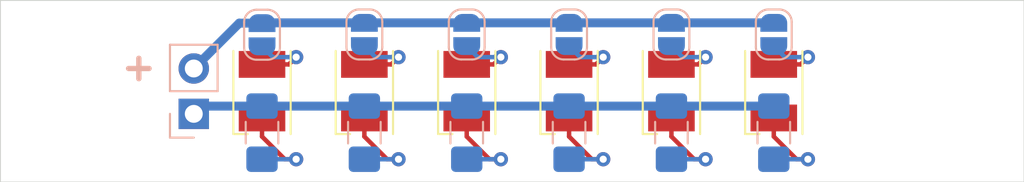
<source format=kicad_pcb>
(kicad_pcb (version 20171130) (host pcbnew "(5.1.4)-1")

  (general
    (thickness 1.6)
    (drawings 5)
    (tracks 75)
    (zones 0)
    (modules 21)
    (nets 15)
  )

  (page A4)
  (layers
    (0 F.Cu signal)
    (31 B.Cu signal)
    (32 B.Adhes user)
    (33 F.Adhes user)
    (34 B.Paste user)
    (35 F.Paste user)
    (36 B.SilkS user)
    (37 F.SilkS user)
    (38 B.Mask user)
    (39 F.Mask user)
    (40 Dwgs.User user)
    (41 Cmts.User user)
    (42 Eco1.User user)
    (43 Eco2.User user)
    (44 Edge.Cuts user)
    (45 Margin user)
    (46 B.CrtYd user)
    (47 F.CrtYd user)
    (48 B.Fab user hide)
    (49 F.Fab user hide)
  )

  (setup
    (last_trace_width 0.5)
    (user_trace_width 0.5)
    (trace_clearance 0.2)
    (zone_clearance 0.508)
    (zone_45_only no)
    (trace_min 0.2)
    (via_size 0.8)
    (via_drill 0.4)
    (via_min_size 0.4)
    (via_min_drill 0.3)
    (uvia_size 0.3)
    (uvia_drill 0.1)
    (uvias_allowed no)
    (uvia_min_size 0.2)
    (uvia_min_drill 0.1)
    (edge_width 0.05)
    (segment_width 0.2)
    (pcb_text_width 0.3)
    (pcb_text_size 1.5 1.5)
    (mod_edge_width 0.12)
    (mod_text_size 1 1)
    (mod_text_width 0.15)
    (pad_size 1.524 1.524)
    (pad_drill 0.762)
    (pad_to_mask_clearance 0.051)
    (solder_mask_min_width 0.25)
    (aux_axis_origin 0 0)
    (visible_elements 7FFFFFFF)
    (pcbplotparams
      (layerselection 0x010fc_ffffffff)
      (usegerberextensions false)
      (usegerberattributes false)
      (usegerberadvancedattributes false)
      (creategerberjobfile false)
      (excludeedgelayer true)
      (linewidth 0.100000)
      (plotframeref false)
      (viasonmask false)
      (mode 1)
      (useauxorigin false)
      (hpglpennumber 1)
      (hpglpenspeed 20)
      (hpglpendiameter 15.000000)
      (psnegative false)
      (psa4output false)
      (plotreference true)
      (plotvalue true)
      (plotinvisibletext false)
      (padsonsilk false)
      (subtractmaskfromsilk false)
      (outputformat 1)
      (mirror false)
      (drillshape 1)
      (scaleselection 1)
      (outputdirectory ""))
  )

  (net 0 "")
  (net 1 "Net-(D1-Pad2)")
  (net 2 "Net-(D1-Pad1)")
  (net 3 "Net-(D2-Pad2)")
  (net 4 "Net-(D2-Pad1)")
  (net 5 "Net-(D3-Pad2)")
  (net 6 "Net-(D3-Pad1)")
  (net 7 "Net-(D4-Pad2)")
  (net 8 "Net-(D4-Pad1)")
  (net 9 "Net-(D5-Pad2)")
  (net 10 "Net-(D5-Pad1)")
  (net 11 "Net-(D6-Pad2)")
  (net 12 "Net-(D6-Pad1)")
  (net 13 +5V)
  (net 14 GND)

  (net_class Default "This is the default net class."
    (clearance 0.2)
    (trace_width 0.25)
    (via_dia 0.8)
    (via_drill 0.4)
    (uvia_dia 0.3)
    (uvia_drill 0.1)
    (add_net +5V)
    (add_net GND)
    (add_net "Net-(D1-Pad1)")
    (add_net "Net-(D1-Pad2)")
    (add_net "Net-(D2-Pad1)")
    (add_net "Net-(D2-Pad2)")
    (add_net "Net-(D3-Pad1)")
    (add_net "Net-(D3-Pad2)")
    (add_net "Net-(D4-Pad1)")
    (add_net "Net-(D4-Pad2)")
    (add_net "Net-(D5-Pad1)")
    (add_net "Net-(D5-Pad2)")
    (add_net "Net-(D6-Pad1)")
    (add_net "Net-(D6-Pad2)")
  )

  (module MyFootprintLib:LED_PLCC-2 (layer F.Cu) (tedit 5E396CFE) (tstamp 5E396F12)
    (at 146.685 128.27 90)
    (descr "LED PLCC-2 SMD package")
    (tags "LED PLCC-2 SMD")
    (path /5E3B325E)
    (attr smd)
    (fp_text reference D6 (at 0 -2.5 90) (layer F.SilkS) hide
      (effects (font (size 1 1) (thickness 0.15)))
    )
    (fp_text value LED (at 0 2.5 90) (layer F.Fab) hide
      (effects (font (size 1 1) (thickness 0.15)))
    )
    (fp_text user %R (at 0 0 90) (layer F.Fab) hide
      (effects (font (size 0.4 0.4) (thickness 0.1)))
    )
    (fp_line (start -2.4 -1.6) (end -2.4 -0.8) (layer F.SilkS) (width 0.12))
    (fp_line (start 2.25 -1.6) (end -2.4 -1.6) (layer F.SilkS) (width 0.12))
    (fp_line (start 2.25 1.6) (end -2.4 1.6) (layer F.SilkS) (width 0.12))
    (fp_line (start -2.65 1.85) (end -2.65 -1.85) (layer F.CrtYd) (width 0.05))
    (fp_line (start 2.5 1.85) (end -2.65 1.85) (layer F.CrtYd) (width 0.05))
    (fp_line (start 2.5 -1.85) (end 2.5 1.85) (layer F.CrtYd) (width 0.05))
    (fp_line (start -2.65 -1.85) (end 2.5 -1.85) (layer F.CrtYd) (width 0.05))
    (fp_line (start -1.7 1.5) (end 1.7 1.5) (layer F.Fab) (width 0.1))
    (fp_line (start -1.7 -1.5) (end -1.7 1.5) (layer F.Fab) (width 0.1))
    (fp_line (start 1.7 -1.5) (end -1.7 -1.5) (layer F.Fab) (width 0.1))
    (fp_line (start 1.7 1.5) (end 1.7 -1.5) (layer F.Fab) (width 0.1))
    (fp_line (start -1.7 -0.6) (end -0.8 -1.5) (layer F.Fab) (width 0.1))
    (fp_circle (center 0 0) (end 0 -1.25) (layer F.Fab) (width 0.1))
    (pad 2 smd rect (at 1.5 0 90) (size 1.5 2.6) (layers F.Cu F.Paste F.Mask)
      (net 11 "Net-(D6-Pad2)"))
    (pad 1 smd rect (at -1.5 0 90) (size 1.5 2.6) (layers F.Cu F.Paste F.Mask)
      (net 12 "Net-(D6-Pad1)"))
    (model ${KISYS3DMOD}/LED_SMD.3dshapes/LED_PLCC-2.wrl
      (at (xyz 0 0 0))
      (scale (xyz 1 1 1))
      (rotate (xyz 0 0 0))
    )
    (model "C:/Users/nmk45/Documents/KiCAD Projects/3D Models/LR_T68F.STEP"
      (offset (xyz 0 0 1.8))
      (scale (xyz 1 1 1))
      (rotate (xyz 0 0 90))
    )
  )

  (module MyFootprintLib:LED_PLCC-2 (layer F.Cu) (tedit 5E396CFE) (tstamp 5E397F62)
    (at 140.97 128.27 90)
    (descr "LED PLCC-2 SMD package")
    (tags "LED PLCC-2 SMD")
    (path /5E3A1B5D)
    (attr smd)
    (fp_text reference D5 (at 0 -2.5 90) (layer F.SilkS) hide
      (effects (font (size 1 1) (thickness 0.15)))
    )
    (fp_text value LED (at 0 2.5 90) (layer F.Fab) hide
      (effects (font (size 1 1) (thickness 0.15)))
    )
    (fp_text user %R (at 0 0 90) (layer F.Fab) hide
      (effects (font (size 0.4 0.4) (thickness 0.1)))
    )
    (fp_line (start -2.4 -1.6) (end -2.4 -0.8) (layer F.SilkS) (width 0.12))
    (fp_line (start 2.25 -1.6) (end -2.4 -1.6) (layer F.SilkS) (width 0.12))
    (fp_line (start 2.25 1.6) (end -2.4 1.6) (layer F.SilkS) (width 0.12))
    (fp_line (start -2.65 1.85) (end -2.65 -1.85) (layer F.CrtYd) (width 0.05))
    (fp_line (start 2.5 1.85) (end -2.65 1.85) (layer F.CrtYd) (width 0.05))
    (fp_line (start 2.5 -1.85) (end 2.5 1.85) (layer F.CrtYd) (width 0.05))
    (fp_line (start -2.65 -1.85) (end 2.5 -1.85) (layer F.CrtYd) (width 0.05))
    (fp_line (start -1.7 1.5) (end 1.7 1.5) (layer F.Fab) (width 0.1))
    (fp_line (start -1.7 -1.5) (end -1.7 1.5) (layer F.Fab) (width 0.1))
    (fp_line (start 1.7 -1.5) (end -1.7 -1.5) (layer F.Fab) (width 0.1))
    (fp_line (start 1.7 1.5) (end 1.7 -1.5) (layer F.Fab) (width 0.1))
    (fp_line (start -1.7 -0.6) (end -0.8 -1.5) (layer F.Fab) (width 0.1))
    (fp_circle (center 0 0) (end 0 -1.25) (layer F.Fab) (width 0.1))
    (pad 2 smd rect (at 1.5 0 90) (size 1.5 2.6) (layers F.Cu F.Paste F.Mask)
      (net 9 "Net-(D5-Pad2)"))
    (pad 1 smd rect (at -1.5 0 90) (size 1.5 2.6) (layers F.Cu F.Paste F.Mask)
      (net 10 "Net-(D5-Pad1)"))
    (model ${KISYS3DMOD}/LED_SMD.3dshapes/LED_PLCC-2.wrl
      (at (xyz 0 0 0))
      (scale (xyz 1 1 1))
      (rotate (xyz 0 0 0))
    )
    (model "C:/Users/nmk45/Documents/KiCAD Projects/3D Models/LR_T68F.STEP"
      (offset (xyz 0 0 1.8))
      (scale (xyz 1 1 1))
      (rotate (xyz 0 0 90))
    )
  )

  (module MyFootprintLib:LED_PLCC-2 (layer F.Cu) (tedit 5E396CFE) (tstamp 5E3A1072)
    (at 135.255 128.27 90)
    (descr "LED PLCC-2 SMD package")
    (tags "LED PLCC-2 SMD")
    (path /5E3A02D3)
    (attr smd)
    (fp_text reference D4 (at 0 -2.5 90) (layer F.SilkS) hide
      (effects (font (size 1 1) (thickness 0.15)))
    )
    (fp_text value LED (at 0 2.5 90) (layer F.Fab) hide
      (effects (font (size 1 1) (thickness 0.15)))
    )
    (fp_text user %R (at 0 0 90) (layer F.Fab) hide
      (effects (font (size 0.4 0.4) (thickness 0.1)))
    )
    (fp_line (start -2.4 -1.6) (end -2.4 -0.8) (layer F.SilkS) (width 0.12))
    (fp_line (start 2.25 -1.6) (end -2.4 -1.6) (layer F.SilkS) (width 0.12))
    (fp_line (start 2.25 1.6) (end -2.4 1.6) (layer F.SilkS) (width 0.12))
    (fp_line (start -2.65 1.85) (end -2.65 -1.85) (layer F.CrtYd) (width 0.05))
    (fp_line (start 2.5 1.85) (end -2.65 1.85) (layer F.CrtYd) (width 0.05))
    (fp_line (start 2.5 -1.85) (end 2.5 1.85) (layer F.CrtYd) (width 0.05))
    (fp_line (start -2.65 -1.85) (end 2.5 -1.85) (layer F.CrtYd) (width 0.05))
    (fp_line (start -1.7 1.5) (end 1.7 1.5) (layer F.Fab) (width 0.1))
    (fp_line (start -1.7 -1.5) (end -1.7 1.5) (layer F.Fab) (width 0.1))
    (fp_line (start 1.7 -1.5) (end -1.7 -1.5) (layer F.Fab) (width 0.1))
    (fp_line (start 1.7 1.5) (end 1.7 -1.5) (layer F.Fab) (width 0.1))
    (fp_line (start -1.7 -0.6) (end -0.8 -1.5) (layer F.Fab) (width 0.1))
    (fp_circle (center 0 0) (end 0 -1.25) (layer F.Fab) (width 0.1))
    (pad 2 smd rect (at 1.5 0 90) (size 1.5 2.6) (layers F.Cu F.Paste F.Mask)
      (net 7 "Net-(D4-Pad2)"))
    (pad 1 smd rect (at -1.5 0 90) (size 1.5 2.6) (layers F.Cu F.Paste F.Mask)
      (net 8 "Net-(D4-Pad1)"))
    (model ${KISYS3DMOD}/LED_SMD.3dshapes/LED_PLCC-2.wrl
      (at (xyz 0 0 0))
      (scale (xyz 1 1 1))
      (rotate (xyz 0 0 0))
    )
    (model "C:/Users/nmk45/Documents/KiCAD Projects/3D Models/LR_T68F.STEP"
      (offset (xyz 0 0 1.8))
      (scale (xyz 1 1 1))
      (rotate (xyz 0 0 90))
    )
  )

  (module MyFootprintLib:LED_PLCC-2 (layer F.Cu) (tedit 5E396CFE) (tstamp 5E396ED6)
    (at 129.54 128.27 90)
    (descr "LED PLCC-2 SMD package")
    (tags "LED PLCC-2 SMD")
    (path /5E39B698)
    (attr smd)
    (fp_text reference D3 (at 0 -2.5 90) (layer F.SilkS) hide
      (effects (font (size 1 1) (thickness 0.15)))
    )
    (fp_text value LED (at 0 2.5 90) (layer F.Fab) hide
      (effects (font (size 1 1) (thickness 0.15)))
    )
    (fp_text user %R (at 0 0 90) (layer F.Fab) hide
      (effects (font (size 0.4 0.4) (thickness 0.1)))
    )
    (fp_line (start -2.4 -1.6) (end -2.4 -0.8) (layer F.SilkS) (width 0.12))
    (fp_line (start 2.25 -1.6) (end -2.4 -1.6) (layer F.SilkS) (width 0.12))
    (fp_line (start 2.25 1.6) (end -2.4 1.6) (layer F.SilkS) (width 0.12))
    (fp_line (start -2.65 1.85) (end -2.65 -1.85) (layer F.CrtYd) (width 0.05))
    (fp_line (start 2.5 1.85) (end -2.65 1.85) (layer F.CrtYd) (width 0.05))
    (fp_line (start 2.5 -1.85) (end 2.5 1.85) (layer F.CrtYd) (width 0.05))
    (fp_line (start -2.65 -1.85) (end 2.5 -1.85) (layer F.CrtYd) (width 0.05))
    (fp_line (start -1.7 1.5) (end 1.7 1.5) (layer F.Fab) (width 0.1))
    (fp_line (start -1.7 -1.5) (end -1.7 1.5) (layer F.Fab) (width 0.1))
    (fp_line (start 1.7 -1.5) (end -1.7 -1.5) (layer F.Fab) (width 0.1))
    (fp_line (start 1.7 1.5) (end 1.7 -1.5) (layer F.Fab) (width 0.1))
    (fp_line (start -1.7 -0.6) (end -0.8 -1.5) (layer F.Fab) (width 0.1))
    (fp_circle (center 0 0) (end 0 -1.25) (layer F.Fab) (width 0.1))
    (pad 2 smd rect (at 1.5 0 90) (size 1.5 2.6) (layers F.Cu F.Paste F.Mask)
      (net 5 "Net-(D3-Pad2)"))
    (pad 1 smd rect (at -1.5 0 90) (size 1.5 2.6) (layers F.Cu F.Paste F.Mask)
      (net 6 "Net-(D3-Pad1)"))
    (model ${KISYS3DMOD}/LED_SMD.3dshapes/LED_PLCC-2.wrl
      (at (xyz 0 0 0))
      (scale (xyz 1 1 1))
      (rotate (xyz 0 0 0))
    )
    (model "C:/Users/nmk45/Documents/KiCAD Projects/3D Models/LR_T68F.STEP"
      (offset (xyz 0 0 1.8))
      (scale (xyz 1 1 1))
      (rotate (xyz 0 0 90))
    )
  )

  (module MyFootprintLib:LED_PLCC-2 (layer F.Cu) (tedit 5E396CFE) (tstamp 5E396EC2)
    (at 123.825 128.27 90)
    (descr "LED PLCC-2 SMD package")
    (tags "LED PLCC-2 SMD")
    (path /5E39AAC8)
    (attr smd)
    (fp_text reference D2 (at 0 -2.5 90) (layer F.SilkS) hide
      (effects (font (size 1 1) (thickness 0.15)))
    )
    (fp_text value LED (at 0 2.5 90) (layer F.Fab) hide
      (effects (font (size 1 1) (thickness 0.15)))
    )
    (fp_text user %R (at 0 0 90) (layer F.Fab) hide
      (effects (font (size 0.4 0.4) (thickness 0.1)))
    )
    (fp_line (start -2.4 -1.6) (end -2.4 -0.8) (layer F.SilkS) (width 0.12))
    (fp_line (start 2.25 -1.6) (end -2.4 -1.6) (layer F.SilkS) (width 0.12))
    (fp_line (start 2.25 1.6) (end -2.4 1.6) (layer F.SilkS) (width 0.12))
    (fp_line (start -2.65 1.85) (end -2.65 -1.85) (layer F.CrtYd) (width 0.05))
    (fp_line (start 2.5 1.85) (end -2.65 1.85) (layer F.CrtYd) (width 0.05))
    (fp_line (start 2.5 -1.85) (end 2.5 1.85) (layer F.CrtYd) (width 0.05))
    (fp_line (start -2.65 -1.85) (end 2.5 -1.85) (layer F.CrtYd) (width 0.05))
    (fp_line (start -1.7 1.5) (end 1.7 1.5) (layer F.Fab) (width 0.1))
    (fp_line (start -1.7 -1.5) (end -1.7 1.5) (layer F.Fab) (width 0.1))
    (fp_line (start 1.7 -1.5) (end -1.7 -1.5) (layer F.Fab) (width 0.1))
    (fp_line (start 1.7 1.5) (end 1.7 -1.5) (layer F.Fab) (width 0.1))
    (fp_line (start -1.7 -0.6) (end -0.8 -1.5) (layer F.Fab) (width 0.1))
    (fp_circle (center 0 0) (end 0 -1.25) (layer F.Fab) (width 0.1))
    (pad 2 smd rect (at 1.5 0 90) (size 1.5 2.6) (layers F.Cu F.Paste F.Mask)
      (net 3 "Net-(D2-Pad2)"))
    (pad 1 smd rect (at -1.5 0 90) (size 1.5 2.6) (layers F.Cu F.Paste F.Mask)
      (net 4 "Net-(D2-Pad1)"))
    (model ${KISYS3DMOD}/LED_SMD.3dshapes/LED_PLCC-2.wrl
      (at (xyz 0 0 0))
      (scale (xyz 1 1 1))
      (rotate (xyz 0 0 0))
    )
    (model "C:/Users/nmk45/Documents/KiCAD Projects/3D Models/LR_T68F.STEP"
      (offset (xyz 0 0 1.8))
      (scale (xyz 1 1 1))
      (rotate (xyz 0 0 90))
    )
  )

  (module MyFootprintLib:LED_PLCC-2 (layer F.Cu) (tedit 5E396CFE) (tstamp 5E396EAE)
    (at 118.11 128.27 90)
    (descr "LED PLCC-2 SMD package")
    (tags "LED PLCC-2 SMD")
    (path /5E38E161)
    (attr smd)
    (fp_text reference D1 (at 0 -2.5 90) (layer F.SilkS) hide
      (effects (font (size 1 1) (thickness 0.15)))
    )
    (fp_text value LED (at 0 2.5 90) (layer F.Fab) hide
      (effects (font (size 1 1) (thickness 0.15)))
    )
    (fp_text user %R (at 0 0 90) (layer F.Fab) hide
      (effects (font (size 0.4 0.4) (thickness 0.1)))
    )
    (fp_line (start -2.4 -1.6) (end -2.4 -0.8) (layer F.SilkS) (width 0.12))
    (fp_line (start 2.25 -1.6) (end -2.4 -1.6) (layer F.SilkS) (width 0.12))
    (fp_line (start 2.25 1.6) (end -2.4 1.6) (layer F.SilkS) (width 0.12))
    (fp_line (start -2.65 1.85) (end -2.65 -1.85) (layer F.CrtYd) (width 0.05))
    (fp_line (start 2.5 1.85) (end -2.65 1.85) (layer F.CrtYd) (width 0.05))
    (fp_line (start 2.5 -1.85) (end 2.5 1.85) (layer F.CrtYd) (width 0.05))
    (fp_line (start -2.65 -1.85) (end 2.5 -1.85) (layer F.CrtYd) (width 0.05))
    (fp_line (start -1.7 1.5) (end 1.7 1.5) (layer F.Fab) (width 0.1))
    (fp_line (start -1.7 -1.5) (end -1.7 1.5) (layer F.Fab) (width 0.1))
    (fp_line (start 1.7 -1.5) (end -1.7 -1.5) (layer F.Fab) (width 0.1))
    (fp_line (start 1.7 1.5) (end 1.7 -1.5) (layer F.Fab) (width 0.1))
    (fp_line (start -1.7 -0.6) (end -0.8 -1.5) (layer F.Fab) (width 0.1))
    (fp_circle (center 0 0) (end 0 -1.25) (layer F.Fab) (width 0.1))
    (pad 2 smd rect (at 1.5 0 90) (size 1.5 2.6) (layers F.Cu F.Paste F.Mask)
      (net 1 "Net-(D1-Pad2)"))
    (pad 1 smd rect (at -1.5 0 90) (size 1.5 2.6) (layers F.Cu F.Paste F.Mask)
      (net 2 "Net-(D1-Pad1)"))
    (model ${KISYS3DMOD}/LED_SMD.3dshapes/LED_PLCC-2.wrl
      (at (xyz 0 0 0))
      (scale (xyz 1 1 1))
      (rotate (xyz 0 0 0))
    )
    (model "C:/Users/nmk45/Documents/KiCAD Projects/3D Models/LR_T68F.STEP"
      (offset (xyz 0 0 1.8))
      (scale (xyz 1 1 1))
      (rotate (xyz 0 0 90))
    )
  )

  (module MountingHole:MountingHole_2.2mm_M2 (layer F.Cu) (tedit 56D1B4CB) (tstamp 5E397DF7)
    (at 157.48 128.27)
    (descr "Mounting Hole 2.2mm, no annular, M2")
    (tags "mounting hole 2.2mm no annular m2")
    (path /5E3C4920)
    (attr virtual)
    (fp_text reference H2 (at 0 -3.2) (layer F.SilkS) hide
      (effects (font (size 1 1) (thickness 0.15)))
    )
    (fp_text value MountingHole (at 0 3.2) (layer F.Fab) hide
      (effects (font (size 1 1) (thickness 0.15)))
    )
    (fp_circle (center 0 0) (end 2.45 0) (layer F.CrtYd) (width 0.05))
    (fp_circle (center 0 0) (end 2.2 0) (layer Cmts.User) (width 0.15))
    (fp_text user %R (at 0.3 0) (layer F.Fab) hide
      (effects (font (size 1 1) (thickness 0.15)))
    )
    (pad 1 np_thru_hole circle (at 0 0) (size 2.2 2.2) (drill 2.2) (layers *.Cu *.Mask))
  )

  (module MountingHole:MountingHole_2.2mm_M2 (layer F.Cu) (tedit 56D1B4CB) (tstamp 5E397BDD)
    (at 106.68 128.27)
    (descr "Mounting Hole 2.2mm, no annular, M2")
    (tags "mounting hole 2.2mm no annular m2")
    (path /5E3C3C02)
    (attr virtual)
    (fp_text reference H1 (at 0 -3.2) (layer F.SilkS) hide
      (effects (font (size 1 1) (thickness 0.15)))
    )
    (fp_text value MountingHole (at 0 3.2) (layer F.Fab) hide
      (effects (font (size 1 1) (thickness 0.15)))
    )
    (fp_circle (center 0 0) (end 2.45 0) (layer F.CrtYd) (width 0.05))
    (fp_circle (center 0 0) (end 2.2 0) (layer Cmts.User) (width 0.15))
    (fp_text user %R (at 0.3 0) (layer F.Fab) hide
      (effects (font (size 1 1) (thickness 0.15)))
    )
    (pad 1 np_thru_hole circle (at 0 0) (size 2.2 2.2) (drill 2.2) (layers *.Cu *.Mask))
  )

  (module Resistor_SMD:R_1206_3216Metric_Pad1.42x1.75mm_HandSolder (layer B.Cu) (tedit 5B301BBD) (tstamp 5E39700F)
    (at 146.685 130.5925 90)
    (descr "Resistor SMD 1206 (3216 Metric), square (rectangular) end terminal, IPC_7351 nominal with elongated pad for handsoldering. (Body size source: http://www.tortai-tech.com/upload/download/2011102023233369053.pdf), generated with kicad-footprint-generator")
    (tags "resistor handsolder")
    (path /5E3C0E96)
    (attr smd)
    (fp_text reference R6 (at 0 1.82 -90) (layer B.SilkS) hide
      (effects (font (size 1 1) (thickness 0.15)) (justify mirror))
    )
    (fp_text value 120 (at 0 -1.82 -90) (layer B.Fab) hide
      (effects (font (size 1 1) (thickness 0.15)) (justify mirror))
    )
    (fp_text user %R (at 0 0 -90) (layer B.Fab) hide
      (effects (font (size 0.8 0.8) (thickness 0.12)) (justify mirror))
    )
    (fp_line (start 2.45 -1.12) (end -2.45 -1.12) (layer B.CrtYd) (width 0.05))
    (fp_line (start 2.45 1.12) (end 2.45 -1.12) (layer B.CrtYd) (width 0.05))
    (fp_line (start -2.45 1.12) (end 2.45 1.12) (layer B.CrtYd) (width 0.05))
    (fp_line (start -2.45 -1.12) (end -2.45 1.12) (layer B.CrtYd) (width 0.05))
    (fp_line (start -0.602064 -0.91) (end 0.602064 -0.91) (layer B.SilkS) (width 0.12))
    (fp_line (start -0.602064 0.91) (end 0.602064 0.91) (layer B.SilkS) (width 0.12))
    (fp_line (start 1.6 -0.8) (end -1.6 -0.8) (layer B.Fab) (width 0.1))
    (fp_line (start 1.6 0.8) (end 1.6 -0.8) (layer B.Fab) (width 0.1))
    (fp_line (start -1.6 0.8) (end 1.6 0.8) (layer B.Fab) (width 0.1))
    (fp_line (start -1.6 -0.8) (end -1.6 0.8) (layer B.Fab) (width 0.1))
    (pad 2 smd roundrect (at 1.4875 0 90) (size 1.425 1.75) (layers B.Cu B.Paste B.Mask) (roundrect_rratio 0.175439)
      (net 14 GND))
    (pad 1 smd roundrect (at -1.4875 0 90) (size 1.425 1.75) (layers B.Cu B.Paste B.Mask) (roundrect_rratio 0.175439)
      (net 12 "Net-(D6-Pad1)"))
    (model ${KISYS3DMOD}/Resistor_SMD.3dshapes/R_1206_3216Metric.wrl
      (at (xyz 0 0 0))
      (scale (xyz 1 1 1))
      (rotate (xyz 0 0 0))
    )
  )

  (module Resistor_SMD:R_1206_3216Metric_Pad1.42x1.75mm_HandSolder (layer B.Cu) (tedit 5B301BBD) (tstamp 5E396FFE)
    (at 140.97 130.5925 90)
    (descr "Resistor SMD 1206 (3216 Metric), square (rectangular) end terminal, IPC_7351 nominal with elongated pad for handsoldering. (Body size source: http://www.tortai-tech.com/upload/download/2011102023233369053.pdf), generated with kicad-footprint-generator")
    (tags "resistor handsolder")
    (path /5E3C0A69)
    (attr smd)
    (fp_text reference R5 (at 0 1.82 -90) (layer B.SilkS) hide
      (effects (font (size 1 1) (thickness 0.15)) (justify mirror))
    )
    (fp_text value 120 (at 0 -1.82 -90) (layer B.Fab) hide
      (effects (font (size 1 1) (thickness 0.15)) (justify mirror))
    )
    (fp_text user %R (at 0 0 -90) (layer B.Fab) hide
      (effects (font (size 0.8 0.8) (thickness 0.12)) (justify mirror))
    )
    (fp_line (start 2.45 -1.12) (end -2.45 -1.12) (layer B.CrtYd) (width 0.05))
    (fp_line (start 2.45 1.12) (end 2.45 -1.12) (layer B.CrtYd) (width 0.05))
    (fp_line (start -2.45 1.12) (end 2.45 1.12) (layer B.CrtYd) (width 0.05))
    (fp_line (start -2.45 -1.12) (end -2.45 1.12) (layer B.CrtYd) (width 0.05))
    (fp_line (start -0.602064 -0.91) (end 0.602064 -0.91) (layer B.SilkS) (width 0.12))
    (fp_line (start -0.602064 0.91) (end 0.602064 0.91) (layer B.SilkS) (width 0.12))
    (fp_line (start 1.6 -0.8) (end -1.6 -0.8) (layer B.Fab) (width 0.1))
    (fp_line (start 1.6 0.8) (end 1.6 -0.8) (layer B.Fab) (width 0.1))
    (fp_line (start -1.6 0.8) (end 1.6 0.8) (layer B.Fab) (width 0.1))
    (fp_line (start -1.6 -0.8) (end -1.6 0.8) (layer B.Fab) (width 0.1))
    (pad 2 smd roundrect (at 1.4875 0 90) (size 1.425 1.75) (layers B.Cu B.Paste B.Mask) (roundrect_rratio 0.175439)
      (net 14 GND))
    (pad 1 smd roundrect (at -1.4875 0 90) (size 1.425 1.75) (layers B.Cu B.Paste B.Mask) (roundrect_rratio 0.175439)
      (net 10 "Net-(D5-Pad1)"))
    (model ${KISYS3DMOD}/Resistor_SMD.3dshapes/R_1206_3216Metric.wrl
      (at (xyz 0 0 0))
      (scale (xyz 1 1 1))
      (rotate (xyz 0 0 0))
    )
  )

  (module Resistor_SMD:R_1206_3216Metric_Pad1.42x1.75mm_HandSolder (layer B.Cu) (tedit 5B301BBD) (tstamp 5E3A100C)
    (at 135.255 130.5925 90)
    (descr "Resistor SMD 1206 (3216 Metric), square (rectangular) end terminal, IPC_7351 nominal with elongated pad for handsoldering. (Body size source: http://www.tortai-tech.com/upload/download/2011102023233369053.pdf), generated with kicad-footprint-generator")
    (tags "resistor handsolder")
    (path /5E3C08C2)
    (attr smd)
    (fp_text reference R4 (at 0 1.82 -90) (layer B.SilkS) hide
      (effects (font (size 1 1) (thickness 0.15)) (justify mirror))
    )
    (fp_text value 120 (at 0 -1.82 -90) (layer B.Fab) hide
      (effects (font (size 1 1) (thickness 0.15)) (justify mirror))
    )
    (fp_text user %R (at 0 0 -90) (layer B.Fab) hide
      (effects (font (size 0.8 0.8) (thickness 0.12)) (justify mirror))
    )
    (fp_line (start 2.45 -1.12) (end -2.45 -1.12) (layer B.CrtYd) (width 0.05))
    (fp_line (start 2.45 1.12) (end 2.45 -1.12) (layer B.CrtYd) (width 0.05))
    (fp_line (start -2.45 1.12) (end 2.45 1.12) (layer B.CrtYd) (width 0.05))
    (fp_line (start -2.45 -1.12) (end -2.45 1.12) (layer B.CrtYd) (width 0.05))
    (fp_line (start -0.602064 -0.91) (end 0.602064 -0.91) (layer B.SilkS) (width 0.12))
    (fp_line (start -0.602064 0.91) (end 0.602064 0.91) (layer B.SilkS) (width 0.12))
    (fp_line (start 1.6 -0.8) (end -1.6 -0.8) (layer B.Fab) (width 0.1))
    (fp_line (start 1.6 0.8) (end 1.6 -0.8) (layer B.Fab) (width 0.1))
    (fp_line (start -1.6 0.8) (end 1.6 0.8) (layer B.Fab) (width 0.1))
    (fp_line (start -1.6 -0.8) (end -1.6 0.8) (layer B.Fab) (width 0.1))
    (pad 2 smd roundrect (at 1.4875 0 90) (size 1.425 1.75) (layers B.Cu B.Paste B.Mask) (roundrect_rratio 0.175439)
      (net 14 GND))
    (pad 1 smd roundrect (at -1.4875 0 90) (size 1.425 1.75) (layers B.Cu B.Paste B.Mask) (roundrect_rratio 0.175439)
      (net 8 "Net-(D4-Pad1)"))
    (model ${KISYS3DMOD}/Resistor_SMD.3dshapes/R_1206_3216Metric.wrl
      (at (xyz 0 0 0))
      (scale (xyz 1 1 1))
      (rotate (xyz 0 0 0))
    )
  )

  (module Resistor_SMD:R_1206_3216Metric_Pad1.42x1.75mm_HandSolder (layer B.Cu) (tedit 5B301BBD) (tstamp 5E396FDC)
    (at 129.54 130.5925 90)
    (descr "Resistor SMD 1206 (3216 Metric), square (rectangular) end terminal, IPC_7351 nominal with elongated pad for handsoldering. (Body size source: http://www.tortai-tech.com/upload/download/2011102023233369053.pdf), generated with kicad-footprint-generator")
    (tags "resistor handsolder")
    (path /5E3C05B3)
    (attr smd)
    (fp_text reference R3 (at 0 1.82 -90) (layer B.SilkS) hide
      (effects (font (size 1 1) (thickness 0.15)) (justify mirror))
    )
    (fp_text value 120 (at 0 -1.82 -90) (layer B.Fab) hide
      (effects (font (size 1 1) (thickness 0.15)) (justify mirror))
    )
    (fp_text user %R (at 0 0 -90) (layer B.Fab) hide
      (effects (font (size 0.8 0.8) (thickness 0.12)) (justify mirror))
    )
    (fp_line (start 2.45 -1.12) (end -2.45 -1.12) (layer B.CrtYd) (width 0.05))
    (fp_line (start 2.45 1.12) (end 2.45 -1.12) (layer B.CrtYd) (width 0.05))
    (fp_line (start -2.45 1.12) (end 2.45 1.12) (layer B.CrtYd) (width 0.05))
    (fp_line (start -2.45 -1.12) (end -2.45 1.12) (layer B.CrtYd) (width 0.05))
    (fp_line (start -0.602064 -0.91) (end 0.602064 -0.91) (layer B.SilkS) (width 0.12))
    (fp_line (start -0.602064 0.91) (end 0.602064 0.91) (layer B.SilkS) (width 0.12))
    (fp_line (start 1.6 -0.8) (end -1.6 -0.8) (layer B.Fab) (width 0.1))
    (fp_line (start 1.6 0.8) (end 1.6 -0.8) (layer B.Fab) (width 0.1))
    (fp_line (start -1.6 0.8) (end 1.6 0.8) (layer B.Fab) (width 0.1))
    (fp_line (start -1.6 -0.8) (end -1.6 0.8) (layer B.Fab) (width 0.1))
    (pad 2 smd roundrect (at 1.4875 0 90) (size 1.425 1.75) (layers B.Cu B.Paste B.Mask) (roundrect_rratio 0.175439)
      (net 14 GND))
    (pad 1 smd roundrect (at -1.4875 0 90) (size 1.425 1.75) (layers B.Cu B.Paste B.Mask) (roundrect_rratio 0.175439)
      (net 6 "Net-(D3-Pad1)"))
    (model ${KISYS3DMOD}/Resistor_SMD.3dshapes/R_1206_3216Metric.wrl
      (at (xyz 0 0 0))
      (scale (xyz 1 1 1))
      (rotate (xyz 0 0 0))
    )
  )

  (module Resistor_SMD:R_1206_3216Metric_Pad1.42x1.75mm_HandSolder (layer B.Cu) (tedit 5B301BBD) (tstamp 5E396FCB)
    (at 123.825 130.5925 90)
    (descr "Resistor SMD 1206 (3216 Metric), square (rectangular) end terminal, IPC_7351 nominal with elongated pad for handsoldering. (Body size source: http://www.tortai-tech.com/upload/download/2011102023233369053.pdf), generated with kicad-footprint-generator")
    (tags "resistor handsolder")
    (path /5E3C02BD)
    (attr smd)
    (fp_text reference R2 (at 0 1.82 -90) (layer B.SilkS) hide
      (effects (font (size 1 1) (thickness 0.15)) (justify mirror))
    )
    (fp_text value 120 (at 0 -1.82 -90) (layer B.Fab) hide
      (effects (font (size 1 1) (thickness 0.15)) (justify mirror))
    )
    (fp_text user %R (at 0 0 -90) (layer B.Fab) hide
      (effects (font (size 0.8 0.8) (thickness 0.12)) (justify mirror))
    )
    (fp_line (start 2.45 -1.12) (end -2.45 -1.12) (layer B.CrtYd) (width 0.05))
    (fp_line (start 2.45 1.12) (end 2.45 -1.12) (layer B.CrtYd) (width 0.05))
    (fp_line (start -2.45 1.12) (end 2.45 1.12) (layer B.CrtYd) (width 0.05))
    (fp_line (start -2.45 -1.12) (end -2.45 1.12) (layer B.CrtYd) (width 0.05))
    (fp_line (start -0.602064 -0.91) (end 0.602064 -0.91) (layer B.SilkS) (width 0.12))
    (fp_line (start -0.602064 0.91) (end 0.602064 0.91) (layer B.SilkS) (width 0.12))
    (fp_line (start 1.6 -0.8) (end -1.6 -0.8) (layer B.Fab) (width 0.1))
    (fp_line (start 1.6 0.8) (end 1.6 -0.8) (layer B.Fab) (width 0.1))
    (fp_line (start -1.6 0.8) (end 1.6 0.8) (layer B.Fab) (width 0.1))
    (fp_line (start -1.6 -0.8) (end -1.6 0.8) (layer B.Fab) (width 0.1))
    (pad 2 smd roundrect (at 1.4875 0 90) (size 1.425 1.75) (layers B.Cu B.Paste B.Mask) (roundrect_rratio 0.175439)
      (net 14 GND))
    (pad 1 smd roundrect (at -1.4875 0 90) (size 1.425 1.75) (layers B.Cu B.Paste B.Mask) (roundrect_rratio 0.175439)
      (net 4 "Net-(D2-Pad1)"))
    (model ${KISYS3DMOD}/Resistor_SMD.3dshapes/R_1206_3216Metric.wrl
      (at (xyz 0 0 0))
      (scale (xyz 1 1 1))
      (rotate (xyz 0 0 0))
    )
  )

  (module Resistor_SMD:R_1206_3216Metric_Pad1.42x1.75mm_HandSolder (layer B.Cu) (tedit 5B301BBD) (tstamp 5E396FBA)
    (at 118.11 130.5925 90)
    (descr "Resistor SMD 1206 (3216 Metric), square (rectangular) end terminal, IPC_7351 nominal with elongated pad for handsoldering. (Body size source: http://www.tortai-tech.com/upload/download/2011102023233369053.pdf), generated with kicad-footprint-generator")
    (tags "resistor handsolder")
    (path /5E38F036)
    (attr smd)
    (fp_text reference R1 (at 0 1.82 -90) (layer B.SilkS) hide
      (effects (font (size 1 1) (thickness 0.15)) (justify mirror))
    )
    (fp_text value 120 (at 0 -1.82 -90) (layer B.Fab) hide
      (effects (font (size 1 1) (thickness 0.15)) (justify mirror))
    )
    (fp_text user %R (at 0 0 -90) (layer B.Fab) hide
      (effects (font (size 0.8 0.8) (thickness 0.12)) (justify mirror))
    )
    (fp_line (start 2.45 -1.12) (end -2.45 -1.12) (layer B.CrtYd) (width 0.05))
    (fp_line (start 2.45 1.12) (end 2.45 -1.12) (layer B.CrtYd) (width 0.05))
    (fp_line (start -2.45 1.12) (end 2.45 1.12) (layer B.CrtYd) (width 0.05))
    (fp_line (start -2.45 -1.12) (end -2.45 1.12) (layer B.CrtYd) (width 0.05))
    (fp_line (start -0.602064 -0.91) (end 0.602064 -0.91) (layer B.SilkS) (width 0.12))
    (fp_line (start -0.602064 0.91) (end 0.602064 0.91) (layer B.SilkS) (width 0.12))
    (fp_line (start 1.6 -0.8) (end -1.6 -0.8) (layer B.Fab) (width 0.1))
    (fp_line (start 1.6 0.8) (end 1.6 -0.8) (layer B.Fab) (width 0.1))
    (fp_line (start -1.6 0.8) (end 1.6 0.8) (layer B.Fab) (width 0.1))
    (fp_line (start -1.6 -0.8) (end -1.6 0.8) (layer B.Fab) (width 0.1))
    (pad 2 smd roundrect (at 1.4875 0 90) (size 1.425 1.75) (layers B.Cu B.Paste B.Mask) (roundrect_rratio 0.175439)
      (net 14 GND))
    (pad 1 smd roundrect (at -1.4875 0 90) (size 1.425 1.75) (layers B.Cu B.Paste B.Mask) (roundrect_rratio 0.175439)
      (net 2 "Net-(D1-Pad1)"))
    (model ${KISYS3DMOD}/Resistor_SMD.3dshapes/R_1206_3216Metric.wrl
      (at (xyz 0 0 0))
      (scale (xyz 1 1 1))
      (rotate (xyz 0 0 0))
    )
  )

  (module Jumper:SolderJumper-2_P1.3mm_Open_RoundedPad1.0x1.5mm (layer B.Cu) (tedit 5B391E66) (tstamp 5E396FA9)
    (at 146.685 125.095 270)
    (descr "SMD Solder Jumper, 1x1.5mm, rounded Pads, 0.3mm gap, open")
    (tags "solder jumper open")
    (path /5E3BFD94)
    (attr virtual)
    (fp_text reference JP6 (at 0 1.8 90) (layer B.SilkS) hide
      (effects (font (size 1 1) (thickness 0.15)) (justify mirror))
    )
    (fp_text value SolderJumper_2_Open (at 0 -1.9 90) (layer B.Fab) hide
      (effects (font (size 1 1) (thickness 0.15)) (justify mirror))
    )
    (fp_line (start 1.65 -1.25) (end -1.65 -1.25) (layer B.CrtYd) (width 0.05))
    (fp_line (start 1.65 -1.25) (end 1.65 1.25) (layer B.CrtYd) (width 0.05))
    (fp_line (start -1.65 1.25) (end -1.65 -1.25) (layer B.CrtYd) (width 0.05))
    (fp_line (start -1.65 1.25) (end 1.65 1.25) (layer B.CrtYd) (width 0.05))
    (fp_line (start -0.7 1) (end 0.7 1) (layer B.SilkS) (width 0.12))
    (fp_line (start 1.4 0.3) (end 1.4 -0.3) (layer B.SilkS) (width 0.12))
    (fp_line (start 0.7 -1) (end -0.7 -1) (layer B.SilkS) (width 0.12))
    (fp_line (start -1.4 -0.3) (end -1.4 0.3) (layer B.SilkS) (width 0.12))
    (fp_arc (start -0.7 0.3) (end -0.7 1) (angle 90) (layer B.SilkS) (width 0.12))
    (fp_arc (start -0.7 -0.3) (end -1.4 -0.3) (angle 90) (layer B.SilkS) (width 0.12))
    (fp_arc (start 0.7 -0.3) (end 0.7 -1) (angle 90) (layer B.SilkS) (width 0.12))
    (fp_arc (start 0.7 0.3) (end 1.4 0.3) (angle 90) (layer B.SilkS) (width 0.12))
    (pad 2 smd custom (at 0.65 0 270) (size 1 0.5) (layers B.Cu B.Mask)
      (net 11 "Net-(D6-Pad2)") (zone_connect 2)
      (options (clearance outline) (anchor rect))
      (primitives
        (gr_circle (center 0 -0.25) (end 0.5 -0.25) (width 0))
        (gr_circle (center 0 0.25) (end 0.5 0.25) (width 0))
        (gr_poly (pts
           (xy 0 0.75) (xy -0.5 0.75) (xy -0.5 -0.75) (xy 0 -0.75)) (width 0))
      ))
    (pad 1 smd custom (at -0.65 0 270) (size 1 0.5) (layers B.Cu B.Mask)
      (net 13 +5V) (zone_connect 2)
      (options (clearance outline) (anchor rect))
      (primitives
        (gr_circle (center 0 -0.25) (end 0.5 -0.25) (width 0))
        (gr_circle (center 0 0.25) (end 0.5 0.25) (width 0))
        (gr_poly (pts
           (xy 0 0.75) (xy 0.5 0.75) (xy 0.5 -0.75) (xy 0 -0.75)) (width 0))
      ))
  )

  (module Jumper:SolderJumper-2_P1.3mm_Open_RoundedPad1.0x1.5mm (layer B.Cu) (tedit 5B391E66) (tstamp 5E396F97)
    (at 140.97 125.095 270)
    (descr "SMD Solder Jumper, 1x1.5mm, rounded Pads, 0.3mm gap, open")
    (tags "solder jumper open")
    (path /5E3BF9C9)
    (attr virtual)
    (fp_text reference JP5 (at 0 1.8 90) (layer B.SilkS) hide
      (effects (font (size 1 1) (thickness 0.15)) (justify mirror))
    )
    (fp_text value SolderJumper_2_Open (at 0 -1.9 90) (layer B.Fab) hide
      (effects (font (size 1 1) (thickness 0.15)) (justify mirror))
    )
    (fp_line (start 1.65 -1.25) (end -1.65 -1.25) (layer B.CrtYd) (width 0.05))
    (fp_line (start 1.65 -1.25) (end 1.65 1.25) (layer B.CrtYd) (width 0.05))
    (fp_line (start -1.65 1.25) (end -1.65 -1.25) (layer B.CrtYd) (width 0.05))
    (fp_line (start -1.65 1.25) (end 1.65 1.25) (layer B.CrtYd) (width 0.05))
    (fp_line (start -0.7 1) (end 0.7 1) (layer B.SilkS) (width 0.12))
    (fp_line (start 1.4 0.3) (end 1.4 -0.3) (layer B.SilkS) (width 0.12))
    (fp_line (start 0.7 -1) (end -0.7 -1) (layer B.SilkS) (width 0.12))
    (fp_line (start -1.4 -0.3) (end -1.4 0.3) (layer B.SilkS) (width 0.12))
    (fp_arc (start -0.7 0.3) (end -0.7 1) (angle 90) (layer B.SilkS) (width 0.12))
    (fp_arc (start -0.7 -0.3) (end -1.4 -0.3) (angle 90) (layer B.SilkS) (width 0.12))
    (fp_arc (start 0.7 -0.3) (end 0.7 -1) (angle 90) (layer B.SilkS) (width 0.12))
    (fp_arc (start 0.7 0.3) (end 1.4 0.3) (angle 90) (layer B.SilkS) (width 0.12))
    (pad 2 smd custom (at 0.65 0 270) (size 1 0.5) (layers B.Cu B.Mask)
      (net 9 "Net-(D5-Pad2)") (zone_connect 2)
      (options (clearance outline) (anchor rect))
      (primitives
        (gr_circle (center 0 -0.25) (end 0.5 -0.25) (width 0))
        (gr_circle (center 0 0.25) (end 0.5 0.25) (width 0))
        (gr_poly (pts
           (xy 0 0.75) (xy -0.5 0.75) (xy -0.5 -0.75) (xy 0 -0.75)) (width 0))
      ))
    (pad 1 smd custom (at -0.65 0 270) (size 1 0.5) (layers B.Cu B.Mask)
      (net 13 +5V) (zone_connect 2)
      (options (clearance outline) (anchor rect))
      (primitives
        (gr_circle (center 0 -0.25) (end 0.5 -0.25) (width 0))
        (gr_circle (center 0 0.25) (end 0.5 0.25) (width 0))
        (gr_poly (pts
           (xy 0 0.75) (xy 0.5 0.75) (xy 0.5 -0.75) (xy 0 -0.75)) (width 0))
      ))
  )

  (module Jumper:SolderJumper-2_P1.3mm_Open_RoundedPad1.0x1.5mm (layer B.Cu) (tedit 5B391E66) (tstamp 5E3A103D)
    (at 135.255 125.095 270)
    (descr "SMD Solder Jumper, 1x1.5mm, rounded Pads, 0.3mm gap, open")
    (tags "solder jumper open")
    (path /5E3BF6E5)
    (attr virtual)
    (fp_text reference JP4 (at 0 1.8 90) (layer B.SilkS) hide
      (effects (font (size 1 1) (thickness 0.15)) (justify mirror))
    )
    (fp_text value SolderJumper_2_Open (at 0 -1.9 90) (layer B.Fab) hide
      (effects (font (size 1 1) (thickness 0.15)) (justify mirror))
    )
    (fp_line (start 1.65 -1.25) (end -1.65 -1.25) (layer B.CrtYd) (width 0.05))
    (fp_line (start 1.65 -1.25) (end 1.65 1.25) (layer B.CrtYd) (width 0.05))
    (fp_line (start -1.65 1.25) (end -1.65 -1.25) (layer B.CrtYd) (width 0.05))
    (fp_line (start -1.65 1.25) (end 1.65 1.25) (layer B.CrtYd) (width 0.05))
    (fp_line (start -0.7 1) (end 0.7 1) (layer B.SilkS) (width 0.12))
    (fp_line (start 1.4 0.3) (end 1.4 -0.3) (layer B.SilkS) (width 0.12))
    (fp_line (start 0.7 -1) (end -0.7 -1) (layer B.SilkS) (width 0.12))
    (fp_line (start -1.4 -0.3) (end -1.4 0.3) (layer B.SilkS) (width 0.12))
    (fp_arc (start -0.7 0.3) (end -0.7 1) (angle 90) (layer B.SilkS) (width 0.12))
    (fp_arc (start -0.7 -0.3) (end -1.4 -0.3) (angle 90) (layer B.SilkS) (width 0.12))
    (fp_arc (start 0.7 -0.3) (end 0.7 -1) (angle 90) (layer B.SilkS) (width 0.12))
    (fp_arc (start 0.7 0.3) (end 1.4 0.3) (angle 90) (layer B.SilkS) (width 0.12))
    (pad 2 smd custom (at 0.65 0 270) (size 1 0.5) (layers B.Cu B.Mask)
      (net 7 "Net-(D4-Pad2)") (zone_connect 2)
      (options (clearance outline) (anchor rect))
      (primitives
        (gr_circle (center 0 -0.25) (end 0.5 -0.25) (width 0))
        (gr_circle (center 0 0.25) (end 0.5 0.25) (width 0))
        (gr_poly (pts
           (xy 0 0.75) (xy -0.5 0.75) (xy -0.5 -0.75) (xy 0 -0.75)) (width 0))
      ))
    (pad 1 smd custom (at -0.65 0 270) (size 1 0.5) (layers B.Cu B.Mask)
      (net 13 +5V) (zone_connect 2)
      (options (clearance outline) (anchor rect))
      (primitives
        (gr_circle (center 0 -0.25) (end 0.5 -0.25) (width 0))
        (gr_circle (center 0 0.25) (end 0.5 0.25) (width 0))
        (gr_poly (pts
           (xy 0 0.75) (xy 0.5 0.75) (xy 0.5 -0.75) (xy 0 -0.75)) (width 0))
      ))
  )

  (module Jumper:SolderJumper-2_P1.3mm_Open_RoundedPad1.0x1.5mm (layer B.Cu) (tedit 5B391E66) (tstamp 5E396F73)
    (at 129.54 125.095 270)
    (descr "SMD Solder Jumper, 1x1.5mm, rounded Pads, 0.3mm gap, open")
    (tags "solder jumper open")
    (path /5E3BF39F)
    (attr virtual)
    (fp_text reference JP3 (at 0 1.8 90) (layer B.SilkS) hide
      (effects (font (size 1 1) (thickness 0.15)) (justify mirror))
    )
    (fp_text value SolderJumper_2_Open (at 0 -1.9 90) (layer B.Fab) hide
      (effects (font (size 1 1) (thickness 0.15)) (justify mirror))
    )
    (fp_line (start 1.65 -1.25) (end -1.65 -1.25) (layer B.CrtYd) (width 0.05))
    (fp_line (start 1.65 -1.25) (end 1.65 1.25) (layer B.CrtYd) (width 0.05))
    (fp_line (start -1.65 1.25) (end -1.65 -1.25) (layer B.CrtYd) (width 0.05))
    (fp_line (start -1.65 1.25) (end 1.65 1.25) (layer B.CrtYd) (width 0.05))
    (fp_line (start -0.7 1) (end 0.7 1) (layer B.SilkS) (width 0.12))
    (fp_line (start 1.4 0.3) (end 1.4 -0.3) (layer B.SilkS) (width 0.12))
    (fp_line (start 0.7 -1) (end -0.7 -1) (layer B.SilkS) (width 0.12))
    (fp_line (start -1.4 -0.3) (end -1.4 0.3) (layer B.SilkS) (width 0.12))
    (fp_arc (start -0.7 0.3) (end -0.7 1) (angle 90) (layer B.SilkS) (width 0.12))
    (fp_arc (start -0.7 -0.3) (end -1.4 -0.3) (angle 90) (layer B.SilkS) (width 0.12))
    (fp_arc (start 0.7 -0.3) (end 0.7 -1) (angle 90) (layer B.SilkS) (width 0.12))
    (fp_arc (start 0.7 0.3) (end 1.4 0.3) (angle 90) (layer B.SilkS) (width 0.12))
    (pad 2 smd custom (at 0.65 0 270) (size 1 0.5) (layers B.Cu B.Mask)
      (net 5 "Net-(D3-Pad2)") (zone_connect 2)
      (options (clearance outline) (anchor rect))
      (primitives
        (gr_circle (center 0 -0.25) (end 0.5 -0.25) (width 0))
        (gr_circle (center 0 0.25) (end 0.5 0.25) (width 0))
        (gr_poly (pts
           (xy 0 0.75) (xy -0.5 0.75) (xy -0.5 -0.75) (xy 0 -0.75)) (width 0))
      ))
    (pad 1 smd custom (at -0.65 0 270) (size 1 0.5) (layers B.Cu B.Mask)
      (net 13 +5V) (zone_connect 2)
      (options (clearance outline) (anchor rect))
      (primitives
        (gr_circle (center 0 -0.25) (end 0.5 -0.25) (width 0))
        (gr_circle (center 0 0.25) (end 0.5 0.25) (width 0))
        (gr_poly (pts
           (xy 0 0.75) (xy 0.5 0.75) (xy 0.5 -0.75) (xy 0 -0.75)) (width 0))
      ))
  )

  (module Jumper:SolderJumper-2_P1.3mm_Open_RoundedPad1.0x1.5mm (layer B.Cu) (tedit 5B391E66) (tstamp 5E396F61)
    (at 123.825 125.095 270)
    (descr "SMD Solder Jumper, 1x1.5mm, rounded Pads, 0.3mm gap, open")
    (tags "solder jumper open")
    (path /5E3BF183)
    (attr virtual)
    (fp_text reference JP2 (at 0 1.8 90) (layer B.SilkS) hide
      (effects (font (size 1 1) (thickness 0.15)) (justify mirror))
    )
    (fp_text value SolderJumper_2_Open (at 0 -1.9 90) (layer B.Fab) hide
      (effects (font (size 1 1) (thickness 0.15)) (justify mirror))
    )
    (fp_line (start 1.65 -1.25) (end -1.65 -1.25) (layer B.CrtYd) (width 0.05))
    (fp_line (start 1.65 -1.25) (end 1.65 1.25) (layer B.CrtYd) (width 0.05))
    (fp_line (start -1.65 1.25) (end -1.65 -1.25) (layer B.CrtYd) (width 0.05))
    (fp_line (start -1.65 1.25) (end 1.65 1.25) (layer B.CrtYd) (width 0.05))
    (fp_line (start -0.7 1) (end 0.7 1) (layer B.SilkS) (width 0.12))
    (fp_line (start 1.4 0.3) (end 1.4 -0.3) (layer B.SilkS) (width 0.12))
    (fp_line (start 0.7 -1) (end -0.7 -1) (layer B.SilkS) (width 0.12))
    (fp_line (start -1.4 -0.3) (end -1.4 0.3) (layer B.SilkS) (width 0.12))
    (fp_arc (start -0.7 0.3) (end -0.7 1) (angle 90) (layer B.SilkS) (width 0.12))
    (fp_arc (start -0.7 -0.3) (end -1.4 -0.3) (angle 90) (layer B.SilkS) (width 0.12))
    (fp_arc (start 0.7 -0.3) (end 0.7 -1) (angle 90) (layer B.SilkS) (width 0.12))
    (fp_arc (start 0.7 0.3) (end 1.4 0.3) (angle 90) (layer B.SilkS) (width 0.12))
    (pad 2 smd custom (at 0.65 0 270) (size 1 0.5) (layers B.Cu B.Mask)
      (net 3 "Net-(D2-Pad2)") (zone_connect 2)
      (options (clearance outline) (anchor rect))
      (primitives
        (gr_circle (center 0 -0.25) (end 0.5 -0.25) (width 0))
        (gr_circle (center 0 0.25) (end 0.5 0.25) (width 0))
        (gr_poly (pts
           (xy 0 0.75) (xy -0.5 0.75) (xy -0.5 -0.75) (xy 0 -0.75)) (width 0))
      ))
    (pad 1 smd custom (at -0.65 0 270) (size 1 0.5) (layers B.Cu B.Mask)
      (net 13 +5V) (zone_connect 2)
      (options (clearance outline) (anchor rect))
      (primitives
        (gr_circle (center 0 -0.25) (end 0.5 -0.25) (width 0))
        (gr_circle (center 0 0.25) (end 0.5 0.25) (width 0))
        (gr_poly (pts
           (xy 0 0.75) (xy 0.5 0.75) (xy 0.5 -0.75) (xy 0 -0.75)) (width 0))
      ))
  )

  (module Jumper:SolderJumper-2_P1.3mm_Open_RoundedPad1.0x1.5mm (layer B.Cu) (tedit 5B391E66) (tstamp 5E396F4F)
    (at 118.11 125.11 270)
    (descr "SMD Solder Jumper, 1x1.5mm, rounded Pads, 0.3mm gap, open")
    (tags "solder jumper open")
    (path /5E396166)
    (attr virtual)
    (fp_text reference JP1 (at 0 1.8 90) (layer B.SilkS) hide
      (effects (font (size 1 1) (thickness 0.15)) (justify mirror))
    )
    (fp_text value SolderJumper_2_Open (at 0 -1.9 90) (layer B.Fab) hide
      (effects (font (size 1 1) (thickness 0.15)) (justify mirror))
    )
    (fp_line (start 1.65 -1.25) (end -1.65 -1.25) (layer B.CrtYd) (width 0.05))
    (fp_line (start 1.65 -1.25) (end 1.65 1.25) (layer B.CrtYd) (width 0.05))
    (fp_line (start -1.65 1.25) (end -1.65 -1.25) (layer B.CrtYd) (width 0.05))
    (fp_line (start -1.65 1.25) (end 1.65 1.25) (layer B.CrtYd) (width 0.05))
    (fp_line (start -0.7 1) (end 0.7 1) (layer B.SilkS) (width 0.12))
    (fp_line (start 1.4 0.3) (end 1.4 -0.3) (layer B.SilkS) (width 0.12))
    (fp_line (start 0.7 -1) (end -0.7 -1) (layer B.SilkS) (width 0.12))
    (fp_line (start -1.4 -0.3) (end -1.4 0.3) (layer B.SilkS) (width 0.12))
    (fp_arc (start -0.7 0.3) (end -0.7 1) (angle 90) (layer B.SilkS) (width 0.12))
    (fp_arc (start -0.7 -0.3) (end -1.4 -0.3) (angle 90) (layer B.SilkS) (width 0.12))
    (fp_arc (start 0.7 -0.3) (end 0.7 -1) (angle 90) (layer B.SilkS) (width 0.12))
    (fp_arc (start 0.7 0.3) (end 1.4 0.3) (angle 90) (layer B.SilkS) (width 0.12))
    (pad 2 smd custom (at 0.65 0 270) (size 1 0.5) (layers B.Cu B.Mask)
      (net 1 "Net-(D1-Pad2)") (zone_connect 2)
      (options (clearance outline) (anchor rect))
      (primitives
        (gr_circle (center 0 -0.25) (end 0.5 -0.25) (width 0))
        (gr_circle (center 0 0.25) (end 0.5 0.25) (width 0))
        (gr_poly (pts
           (xy 0 0.75) (xy -0.5 0.75) (xy -0.5 -0.75) (xy 0 -0.75)) (width 0))
      ))
    (pad 1 smd custom (at -0.65 0 270) (size 1 0.5) (layers B.Cu B.Mask)
      (net 13 +5V) (zone_connect 2)
      (options (clearance outline) (anchor rect))
      (primitives
        (gr_circle (center 0 -0.25) (end 0.5 -0.25) (width 0))
        (gr_circle (center 0 0.25) (end 0.5 0.25) (width 0))
        (gr_poly (pts
           (xy 0 0.75) (xy 0.5 0.75) (xy 0.5 -0.75) (xy 0 -0.75)) (width 0))
      ))
  )

  (module Connector_PinHeader_2.54mm:PinHeader_1x02_P2.54mm_Vertical (layer B.Cu) (tedit 59FED5CC) (tstamp 5E396F3D)
    (at 114.3 129.54)
    (descr "Through hole straight pin header, 1x02, 2.54mm pitch, single row")
    (tags "Through hole pin header THT 1x02 2.54mm single row")
    (path /5E39113A)
    (fp_text reference J2 (at 0 2.33) (layer B.SilkS) hide
      (effects (font (size 1 1) (thickness 0.15)) (justify mirror))
    )
    (fp_text value Conn_01x02 (at 0 -4.87) (layer B.Fab) hide
      (effects (font (size 1 1) (thickness 0.15)) (justify mirror))
    )
    (fp_text user %R (at 0 -1.27 -90) (layer B.Fab) hide
      (effects (font (size 1 1) (thickness 0.15)) (justify mirror))
    )
    (fp_line (start 1.8 1.8) (end -1.8 1.8) (layer B.CrtYd) (width 0.05))
    (fp_line (start 1.8 -4.35) (end 1.8 1.8) (layer B.CrtYd) (width 0.05))
    (fp_line (start -1.8 -4.35) (end 1.8 -4.35) (layer B.CrtYd) (width 0.05))
    (fp_line (start -1.8 1.8) (end -1.8 -4.35) (layer B.CrtYd) (width 0.05))
    (fp_line (start -1.33 1.33) (end 0 1.33) (layer B.SilkS) (width 0.12))
    (fp_line (start -1.33 0) (end -1.33 1.33) (layer B.SilkS) (width 0.12))
    (fp_line (start -1.33 -1.27) (end 1.33 -1.27) (layer B.SilkS) (width 0.12))
    (fp_line (start 1.33 -1.27) (end 1.33 -3.87) (layer B.SilkS) (width 0.12))
    (fp_line (start -1.33 -1.27) (end -1.33 -3.87) (layer B.SilkS) (width 0.12))
    (fp_line (start -1.33 -3.87) (end 1.33 -3.87) (layer B.SilkS) (width 0.12))
    (fp_line (start -1.27 0.635) (end -0.635 1.27) (layer B.Fab) (width 0.1))
    (fp_line (start -1.27 -3.81) (end -1.27 0.635) (layer B.Fab) (width 0.1))
    (fp_line (start 1.27 -3.81) (end -1.27 -3.81) (layer B.Fab) (width 0.1))
    (fp_line (start 1.27 1.27) (end 1.27 -3.81) (layer B.Fab) (width 0.1))
    (fp_line (start -0.635 1.27) (end 1.27 1.27) (layer B.Fab) (width 0.1))
    (pad 2 thru_hole oval (at 0 -2.54) (size 1.7 1.7) (drill 1) (layers *.Cu *.Mask)
      (net 13 +5V))
    (pad 1 thru_hole rect (at 0 0) (size 1.7 1.7) (drill 1) (layers *.Cu *.Mask)
      (net 14 GND))
    (model ${KISYS3DMOD}/Connector_PinHeader_2.54mm.3dshapes/PinHeader_1x02_P2.54mm_Vertical.wrl
      (at (xyz 0 0 0))
      (scale (xyz 1 1 1))
      (rotate (xyz 0 0 0))
    )
  )

  (gr_text + (at 111.125 127 90) (layer B.SilkS)
    (effects (font (size 1.5 1.5) (thickness 0.3)))
  )
  (gr_line (start 160.655 133.35) (end 160.655 123.19) (layer Edge.Cuts) (width 0.05) (tstamp 5E39FD2D))
  (gr_line (start 103.505 133.35) (end 160.655 133.35) (layer Edge.Cuts) (width 0.05))
  (gr_line (start 103.505 123.19) (end 103.505 133.35) (layer Edge.Cuts) (width 0.05))
  (gr_line (start 160.655 123.19) (end 103.505 123.19) (layer Edge.Cuts) (width 0.05))

  (via (at 120.015 126.365) (size 0.8) (drill 0.4) (layers F.Cu B.Cu) (net 1))
  (segment (start 118.11 126.77) (end 119.61 126.77) (width 0.25) (layer F.Cu) (net 1))
  (segment (start 119.61 126.77) (end 120.015 126.365) (width 0.25) (layer F.Cu) (net 1))
  (segment (start 118.715 126.365) (end 118.11 125.76) (width 0.25) (layer B.Cu) (net 1))
  (segment (start 120.015 126.365) (end 118.715 126.365) (width 0.25) (layer B.Cu) (net 1))
  (via (at 120.015 132.08) (size 0.8) (drill 0.4) (layers F.Cu B.Cu) (net 2))
  (segment (start 118.11 132.08) (end 120.015 132.08) (width 0.25) (layer B.Cu) (net 2))
  (segment (start 120.015 132.08) (end 119.38 132.08) (width 0.25) (layer F.Cu) (net 2))
  (segment (start 118.11 130.81) (end 118.11 129.77) (width 0.25) (layer F.Cu) (net 2))
  (segment (start 119.38 132.08) (end 118.11 130.81) (width 0.25) (layer F.Cu) (net 2))
  (via (at 125.73 126.365) (size 0.8) (drill 0.4) (layers F.Cu B.Cu) (net 3))
  (segment (start 123.825 126.77) (end 125.325 126.77) (width 0.25) (layer F.Cu) (net 3))
  (segment (start 125.325 126.77) (end 125.73 126.365) (width 0.25) (layer F.Cu) (net 3))
  (segment (start 124.445 126.365) (end 123.825 125.745) (width 0.25) (layer B.Cu) (net 3))
  (segment (start 125.73 126.365) (end 124.445 126.365) (width 0.25) (layer B.Cu) (net 3))
  (via (at 125.73 132.08) (size 0.8) (drill 0.4) (layers F.Cu B.Cu) (net 4))
  (segment (start 123.825 132.08) (end 125.73 132.08) (width 0.25) (layer B.Cu) (net 4))
  (segment (start 125.73 132.08) (end 125.095 132.08) (width 0.25) (layer F.Cu) (net 4))
  (segment (start 123.825 130.81) (end 123.825 129.77) (width 0.25) (layer F.Cu) (net 4))
  (segment (start 125.095 132.08) (end 123.825 130.81) (width 0.25) (layer F.Cu) (net 4))
  (via (at 131.445 126.365) (size 0.8) (drill 0.4) (layers F.Cu B.Cu) (net 5))
  (segment (start 129.54 126.77) (end 131.04 126.77) (width 0.25) (layer F.Cu) (net 5))
  (segment (start 131.04 126.77) (end 131.445 126.365) (width 0.25) (layer F.Cu) (net 5))
  (segment (start 130.16 126.365) (end 129.54 125.745) (width 0.25) (layer B.Cu) (net 5))
  (segment (start 131.445 126.365) (end 130.16 126.365) (width 0.25) (layer B.Cu) (net 5))
  (via (at 131.445 132.08) (size 0.8) (drill 0.4) (layers F.Cu B.Cu) (net 6))
  (segment (start 129.54 132.08) (end 131.445 132.08) (width 0.25) (layer B.Cu) (net 6))
  (segment (start 131.445 132.08) (end 130.81 132.08) (width 0.25) (layer F.Cu) (net 6))
  (segment (start 129.54 130.81) (end 129.54 129.77) (width 0.25) (layer F.Cu) (net 6))
  (segment (start 130.81 132.08) (end 129.54 130.81) (width 0.25) (layer F.Cu) (net 6))
  (via (at 137.16 126.365) (size 0.8) (drill 0.4) (layers F.Cu B.Cu) (net 7) (tstamp 5E3A10B1))
  (segment (start 135.255 126.77) (end 136.755 126.77) (width 0.25) (layer F.Cu) (net 7) (tstamp 5E3A10AE))
  (segment (start 136.755 126.77) (end 137.16 126.365) (width 0.25) (layer F.Cu) (net 7) (tstamp 5E3A10AB))
  (segment (start 135.875 126.365) (end 135.255 125.745) (width 0.25) (layer B.Cu) (net 7) (tstamp 5E3A10A8))
  (segment (start 137.16 126.365) (end 135.875 126.365) (width 0.25) (layer B.Cu) (net 7) (tstamp 5E3A10A5))
  (via (at 137.16 132.08) (size 0.8) (drill 0.4) (layers F.Cu B.Cu) (net 8) (tstamp 5E3A10B4))
  (segment (start 135.255 132.08) (end 137.16 132.08) (width 0.25) (layer B.Cu) (net 8) (tstamp 5E3A10A2))
  (segment (start 137.16 132.08) (end 136.525 132.08) (width 0.25) (layer F.Cu) (net 8) (tstamp 5E3A109C))
  (segment (start 135.255 130.81) (end 135.255 129.77) (width 0.25) (layer F.Cu) (net 8) (tstamp 5E3A1099))
  (segment (start 136.525 132.08) (end 135.255 130.81) (width 0.25) (layer F.Cu) (net 8) (tstamp 5E3A109F))
  (via (at 142.875 126.365) (size 0.8) (drill 0.4) (layers F.Cu B.Cu) (net 9))
  (segment (start 140.97 126.77) (end 142.47 126.77) (width 0.25) (layer F.Cu) (net 9))
  (segment (start 142.47 126.77) (end 142.875 126.365) (width 0.25) (layer F.Cu) (net 9))
  (segment (start 141.59 126.365) (end 140.97 125.745) (width 0.25) (layer B.Cu) (net 9))
  (segment (start 142.875 126.365) (end 141.59 126.365) (width 0.25) (layer B.Cu) (net 9))
  (via (at 142.875 132.08) (size 0.8) (drill 0.4) (layers F.Cu B.Cu) (net 10))
  (segment (start 140.97 132.08) (end 142.875 132.08) (width 0.25) (layer B.Cu) (net 10))
  (segment (start 142.875 132.08) (end 142.24 132.08) (width 0.25) (layer F.Cu) (net 10))
  (segment (start 140.97 130.81) (end 140.97 129.77) (width 0.25) (layer F.Cu) (net 10))
  (segment (start 142.24 132.08) (end 140.97 130.81) (width 0.25) (layer F.Cu) (net 10))
  (via (at 148.59 126.365) (size 0.8) (drill 0.4) (layers F.Cu B.Cu) (net 11))
  (segment (start 146.685 126.77) (end 148.185 126.77) (width 0.25) (layer F.Cu) (net 11))
  (segment (start 148.185 126.77) (end 148.59 126.365) (width 0.25) (layer F.Cu) (net 11))
  (segment (start 147.305 126.365) (end 146.685 125.745) (width 0.25) (layer B.Cu) (net 11))
  (segment (start 148.59 126.365) (end 147.305 126.365) (width 0.25) (layer B.Cu) (net 11))
  (via (at 148.59 132.08) (size 0.8) (drill 0.4) (layers F.Cu B.Cu) (net 12))
  (segment (start 146.685 132.08) (end 148.59 132.08) (width 0.25) (layer B.Cu) (net 12))
  (segment (start 148.59 132.08) (end 147.955 132.08) (width 0.25) (layer F.Cu) (net 12))
  (segment (start 146.685 130.81) (end 146.685 129.77) (width 0.25) (layer F.Cu) (net 12))
  (segment (start 147.955 132.08) (end 146.685 130.81) (width 0.25) (layer F.Cu) (net 12))
  (segment (start 116.84 124.46) (end 118.11 124.46) (width 0.5) (layer B.Cu) (net 13))
  (segment (start 114.3 127) (end 116.84 124.46) (width 0.5) (layer B.Cu) (net 13))
  (segment (start 118.125 124.445) (end 118.11 124.46) (width 0.5) (layer B.Cu) (net 13))
  (segment (start 123.825 124.445) (end 118.125 124.445) (width 0.5) (layer B.Cu) (net 13))
  (segment (start 129.54 124.445) (end 123.825 124.445) (width 0.5) (layer B.Cu) (net 13))
  (segment (start 135.255 124.445) (end 129.54 124.445) (width 0.5) (layer B.Cu) (net 13))
  (segment (start 140.97 124.445) (end 135.255 124.445) (width 0.5) (layer B.Cu) (net 13))
  (segment (start 146.685 124.445) (end 140.97 124.445) (width 0.5) (layer B.Cu) (net 13))
  (segment (start 146.685 129.105) (end 140.97 129.105) (width 0.5) (layer B.Cu) (net 14))
  (segment (start 140.97 129.105) (end 135.255 129.105) (width 0.5) (layer B.Cu) (net 14))
  (segment (start 135.255 129.105) (end 129.54 129.105) (width 0.5) (layer B.Cu) (net 14))
  (segment (start 129.54 129.105) (end 123.825 129.105) (width 0.5) (layer B.Cu) (net 14))
  (segment (start 123.825 129.105) (end 118.11 129.105) (width 0.5) (layer B.Cu) (net 14))
  (segment (start 114.735 129.105) (end 114.3 129.54) (width 0.5) (layer B.Cu) (net 14))
  (segment (start 118.11 129.105) (end 114.735 129.105) (width 0.5) (layer B.Cu) (net 14))

)

</source>
